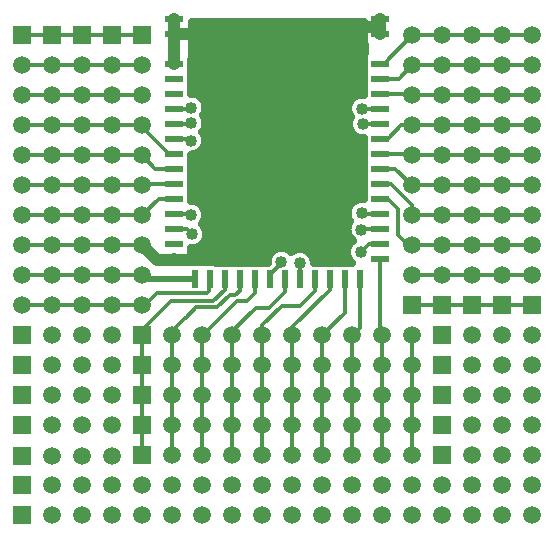
<source format=gbr>
G04 DipTrace 3.1.0.1*
G04 Top.gbr*
%MOIN*%
G04 #@! TF.FileFunction,Copper,L1,Top*
G04 #@! TF.Part,Single*
G04 #@! TA.AperFunction,Conductor*
%ADD13C,0.03937*%
%ADD14C,0.019685*%
%ADD15C,0.012992*%
G04 #@! TA.AperFunction,CopperBalancing*
%ADD16C,0.025*%
%ADD18R,0.021654X0.059055*%
%ADD19R,0.059055X0.021654*%
G04 #@! TA.AperFunction,ComponentPad*
%ADD20R,0.059055X0.059055*%
%ADD21C,0.059055*%
G04 #@! TA.AperFunction,ViaPad*
%ADD29C,0.04*%
%FSLAX26Y26*%
G04*
G70*
G90*
G75*
G01*
G04 Top*
%LPD*%
X1638189Y2050984D2*
D13*
Y2078266D1*
Y2100984D1*
X1503937Y2074016D2*
X1557874D1*
X1633938D1*
X1638189Y2078266D1*
X949213Y2050984D2*
X1029528D1*
Y2051969D1*
X1080709D1*
X949213Y1950984D2*
Y2050984D1*
Y2100984D2*
Y2050984D1*
Y1300984D2*
Y1296850D1*
X892520D1*
X843701Y1345669D1*
X1011024Y1296850D2*
X949213D1*
X843701Y1345669D2*
D15*
X743701D1*
X643701D1*
X543701D1*
X443701D1*
X1638189Y1950984D2*
X1649016D1*
X1743701Y2045669D1*
X1843701D1*
X1943701D1*
X2043701D1*
X2143701D1*
X1638189Y1900984D2*
X1699016D1*
X1743701Y1945669D1*
X1843701D1*
X1943701D1*
X2043701D1*
X2143701D1*
X1638189Y1850984D2*
X1738386D1*
X1743701Y1845669D1*
X1843701D1*
X1943701D1*
X2043701D1*
X2143701D1*
X1638189Y1700984D2*
X1663583D1*
X1708268Y1745669D1*
X1743701D1*
X1843701D1*
X1943701D1*
X2043701D1*
X2143701D1*
X1638189Y1650984D2*
X1738386D1*
X1743701Y1645669D1*
X1843701D1*
X1943701D1*
X2043701D1*
X2143701D1*
X1638189Y1600984D2*
X1688386D1*
X1743701Y1545669D1*
X1843701D1*
X1943701D1*
X2043701D1*
X2143701D1*
X1638189Y1550984D2*
X1672244D1*
X1743701Y1479528D1*
Y1445669D1*
X1843701D1*
X1943701D1*
X2043701D1*
X2143701D1*
X1638189Y1500984D2*
X1663583D1*
X1698425Y1466142D1*
Y1380315D1*
X1741339Y1337402D1*
Y1345669D1*
X1743701D1*
X1843701D1*
X1943701D1*
X2043701D1*
X2143701D1*
X1638189Y1450984D2*
X1576969D1*
X1575197Y1452756D1*
X1743701Y1245669D2*
X1843701D1*
X1943701D1*
X2043701D1*
X2143701D1*
X1638189Y1400984D2*
X1577362D1*
X1574803Y1398425D1*
X1743701Y1145669D2*
X1843701D1*
X1943701D1*
X2043701D1*
X2143701D1*
X1638189Y1350984D2*
X1600197D1*
X1572835Y1323622D1*
X1743701Y1045669D2*
Y945669D1*
Y845669D1*
Y745669D1*
Y645669D1*
X1638189Y1300984D2*
Y1051181D1*
X1643701Y1045669D1*
Y945669D1*
Y845669D1*
Y745669D1*
Y645669D1*
X1568701Y1232283D2*
Y1070669D1*
X1543701Y1045669D1*
Y945669D1*
Y845669D1*
Y745669D1*
Y645669D1*
X1518701Y1232283D2*
Y1120669D1*
X1443701Y1045669D1*
Y945669D1*
Y845669D1*
Y745669D1*
Y645669D1*
X1468701Y1232283D2*
Y1198228D1*
X1343701Y1073228D1*
Y1045669D1*
Y945669D1*
Y845669D1*
Y745669D1*
Y645669D1*
X949213Y1800984D2*
X1004528D1*
X1008268Y1804724D1*
X843701Y2045669D2*
X743701D1*
X643701D1*
X543701D1*
X443701D1*
X949213Y1750984D2*
X1006496D1*
X1008268Y1752756D1*
X843701Y1945669D2*
X743701D1*
X643701D1*
X543701D1*
X443701D1*
X949213Y1400984D2*
X993110D1*
X1011811Y1382283D1*
X949213Y1650984D2*
X932480D1*
X837795Y1745669D1*
X843701D1*
X743701D1*
X643701D1*
X543701D1*
X443701D1*
X949213Y1600984D2*
X888386D1*
X843701Y1645669D1*
X743701D1*
X643701D1*
X543701D1*
X443701D1*
X949213Y1550984D2*
X849016D1*
X843701Y1545669D1*
X743701D1*
X643701D1*
X543701D1*
X443701D1*
X949213Y1500984D2*
X899016D1*
X843701Y1445669D1*
X743701D1*
X643701D1*
X543701D1*
X443701D1*
X1018701Y1232283D2*
D14*
X857087D1*
X843701Y1245669D1*
D15*
X743701D1*
X643701D1*
X543701D1*
X443701D1*
X843701Y1145669D2*
Y1137402D1*
X892913Y1186614D1*
X1058661D1*
X1066535Y1194488D1*
Y1232283D1*
X1068701D1*
X843701Y1145669D2*
X743701D1*
X643701D1*
X543701D1*
X443701D1*
X1118701Y1232283D2*
Y1197835D1*
X1080709Y1159843D1*
X939370D1*
X843701Y1064173D1*
Y1045669D1*
Y945669D1*
Y845669D1*
Y745669D1*
Y645669D1*
X943701Y1045669D2*
Y1060236D1*
X987795Y1104331D1*
X989764D1*
X1024803Y1139370D1*
X1094882D1*
X1135433Y1179921D1*
X1155118D1*
X1168701Y1193504D1*
Y1232283D1*
X943701Y1045669D2*
Y945669D1*
Y845669D1*
Y745669D1*
Y645669D1*
X1043701Y1045669D2*
Y1044882D1*
X1159449Y1160630D1*
X1192126D1*
X1218701Y1187205D1*
Y1232283D1*
X1043701Y1045669D2*
Y945669D1*
Y845669D1*
Y745669D1*
Y645669D1*
X1143701Y1045669D2*
Y1059843D1*
X1222047Y1138189D1*
X1266142D1*
X1318701Y1190748D1*
Y1232283D1*
X1143701Y1045669D2*
Y945669D1*
Y845669D1*
Y745669D1*
Y645669D1*
X1243701Y1045669D2*
Y1078740D1*
X1309449Y1144488D1*
X1368898D1*
X1418701Y1194291D1*
Y1232283D1*
X1243701Y1045669D2*
Y945669D1*
Y845669D1*
Y745669D1*
Y645669D1*
X1308268Y1290945D2*
Y1287402D1*
X1268701Y1247835D1*
Y1232283D1*
X1368701D2*
Y1286811D1*
X1369685Y1287795D1*
X1638189Y1800984D2*
X1577165Y1801575D1*
X1638189Y1750984D2*
X1579724D1*
X1578740Y1750000D1*
X949213Y1450984D2*
X1004134D1*
X1008268Y1446850D1*
X949213Y1700984D2*
X1002165D1*
X1008268Y1694882D1*
X843701Y1845669D2*
X743701D1*
X643701D1*
X543701D1*
X443701D1*
D29*
X1575197Y1452756D3*
X1574803Y1398425D3*
X1572835Y1323622D3*
X1008268Y1694882D3*
Y1752756D3*
Y1804724D3*
X1308268Y1290945D3*
X1369685Y1287795D3*
X1578740Y1750000D3*
X1577165Y1801575D3*
X1080709Y2051969D3*
X1029528D3*
X1503937Y2074016D3*
X1557874D3*
X1008268Y1446850D3*
X1011811Y1382283D3*
X1241339Y1309055D3*
X1010945Y2064993D2*
D16*
X1579661D1*
X1010873Y2040125D2*
X1579661D1*
X1010765Y2015256D2*
X1579661D1*
X1010693Y1990387D2*
X1582676D1*
X1010622Y1965518D2*
X1579661D1*
X1010514Y1940650D2*
X1579661D1*
X1010442Y1915781D2*
X1579661D1*
X1010370Y1890912D2*
X1579661D1*
X1010262Y1866043D2*
X1579661D1*
X1039615Y1841175D2*
X1550307D1*
X1055799Y1816306D2*
X1530571D1*
X1055333Y1791437D2*
X1529280D1*
X1055154Y1766568D2*
X1532797D1*
X1055944Y1741699D2*
X1530500D1*
X1051745Y1716831D2*
X1543669D1*
X1057164Y1691962D2*
X1579661D1*
X1048049Y1667093D2*
X1579661D1*
X1009545Y1642224D2*
X1579661D1*
X1009437Y1617356D2*
X1579661D1*
X1009366Y1592487D2*
X1579661D1*
X1009294Y1567618D2*
X1579661D1*
X1009186Y1542749D2*
X1579661D1*
X1009114Y1517881D2*
X1579661D1*
X1016291Y1493012D2*
X1549446D1*
X1052104Y1468143D2*
X1528814D1*
X1057127Y1443274D2*
X1527198D1*
X1047546Y1418406D2*
X1530320D1*
X1059424Y1393537D2*
X1526085D1*
X1058778Y1368668D2*
X1536564D1*
X1040406Y1343799D2*
X1528454D1*
X1008433Y1318930D2*
X1268652D1*
X1406711D2*
X1524076D1*
X1008361Y1294062D2*
X1259395D1*
X1418266D2*
X1534448D1*
X1240568Y1288303D2*
X1261848D1*
X1261919Y1294593D1*
X1263060Y1301798D1*
X1265315Y1308736D1*
X1268627Y1315238D1*
X1272915Y1321139D1*
X1278073Y1326298D1*
X1283975Y1330585D1*
X1290476Y1333898D1*
X1297415Y1336152D1*
X1304619Y1337294D1*
X1311916D1*
X1319121Y1336152D1*
X1326059Y1333898D1*
X1332560Y1330585D1*
X1338462Y1326298D1*
X1340755Y1324178D1*
X1345392Y1327436D1*
X1351894Y1330748D1*
X1358832Y1333003D1*
X1366037Y1334144D1*
X1373333D1*
X1380538Y1333003D1*
X1387476Y1330748D1*
X1393978Y1327436D1*
X1399879Y1323148D1*
X1405038Y1317990D1*
X1409325Y1312088D1*
X1412638Y1305587D1*
X1414892Y1298648D1*
X1416034Y1291444D1*
X1416157Y1288294D1*
X1542636Y1288303D1*
X1537482Y1293428D1*
X1533194Y1299329D1*
X1529882Y1305831D1*
X1527627Y1312769D1*
X1526486Y1319974D1*
Y1327270D1*
X1527627Y1334475D1*
X1529882Y1341413D1*
X1533194Y1347915D1*
X1537482Y1353816D1*
X1542640Y1358975D1*
X1546255Y1361734D1*
X1541928Y1365550D1*
X1537190Y1371098D1*
X1533378Y1377318D1*
X1530587Y1384058D1*
X1528883Y1391152D1*
X1528311Y1398425D1*
X1528883Y1405698D1*
X1530587Y1412793D1*
X1533378Y1419533D1*
X1537269Y1425853D1*
X1533772Y1431648D1*
X1530980Y1438388D1*
X1529277Y1445483D1*
X1528705Y1452756D1*
X1529277Y1460029D1*
X1530980Y1467123D1*
X1533772Y1473864D1*
X1537584Y1480083D1*
X1542322Y1485631D1*
X1547870Y1490369D1*
X1554089Y1494181D1*
X1560829Y1496972D1*
X1567924Y1498676D1*
X1575197Y1499248D1*
X1582172Y1498711D1*
X1582169Y1703605D1*
X1575092Y1703651D1*
X1567887Y1704793D1*
X1560949Y1707047D1*
X1554448Y1710360D1*
X1548546Y1714647D1*
X1543387Y1719806D1*
X1539100Y1725707D1*
X1535787Y1732209D1*
X1533533Y1739147D1*
X1532391Y1746352D1*
Y1753648D1*
X1533533Y1760853D1*
X1535787Y1767791D1*
X1539297Y1774588D1*
X1535740Y1780467D1*
X1532949Y1787207D1*
X1531245Y1794302D1*
X1530673Y1801575D1*
X1531245Y1808848D1*
X1532949Y1815942D1*
X1535740Y1822682D1*
X1539552Y1828902D1*
X1544290Y1834450D1*
X1549839Y1839188D1*
X1556058Y1843000D1*
X1562798Y1845791D1*
X1569892Y1847495D1*
X1577165Y1848067D1*
X1582159Y1847764D1*
X1582169Y1988303D1*
X1585219D1*
X1585180Y2013656D1*
X1582169Y2013665D1*
Y2089896D1*
X1008528Y2089862D1*
X1007726Y1851240D1*
X1015541Y1850644D1*
X1022635Y1848941D1*
X1029375Y1846150D1*
X1035594Y1842337D1*
X1041143Y1837600D1*
X1045881Y1832051D1*
X1049693Y1825832D1*
X1052484Y1819092D1*
X1054188Y1811997D1*
X1054760Y1804724D1*
X1054188Y1797451D1*
X1052484Y1790357D1*
X1049693Y1783617D1*
X1046791Y1778761D1*
X1049693Y1773864D1*
X1052484Y1767123D1*
X1054188Y1760029D1*
X1054760Y1752756D1*
X1054188Y1745483D1*
X1052484Y1738388D1*
X1049693Y1731648D1*
X1045881Y1725429D1*
X1044636Y1723849D1*
X1047908Y1719175D1*
X1051220Y1712673D1*
X1053475Y1705735D1*
X1054617Y1698530D1*
Y1691234D1*
X1053475Y1684029D1*
X1051220Y1677091D1*
X1047908Y1670589D1*
X1043621Y1664688D1*
X1038462Y1659529D1*
X1032560Y1655241D1*
X1026059Y1651929D1*
X1019121Y1649675D1*
X1011916Y1648533D1*
X1007056Y1648437D1*
X1006531Y1493333D1*
X1011916Y1493199D1*
X1019121Y1492058D1*
X1026059Y1489803D1*
X1032560Y1486491D1*
X1038462Y1482203D1*
X1043621Y1477045D1*
X1047908Y1471143D1*
X1051220Y1464642D1*
X1053475Y1457703D1*
X1054617Y1450499D1*
Y1443202D1*
X1053475Y1435997D1*
X1051220Y1429059D1*
X1047908Y1422558D1*
X1043398Y1416415D1*
X1047164Y1412478D1*
X1051451Y1406576D1*
X1054764Y1400075D1*
X1057018Y1393136D1*
X1058160Y1385932D1*
Y1378635D1*
X1057018Y1371430D1*
X1054764Y1364492D1*
X1051451Y1357991D1*
X1047164Y1352089D1*
X1042005Y1346930D1*
X1036104Y1342643D1*
X1029602Y1339331D1*
X1022664Y1337076D1*
X1015459Y1335934D1*
X1008163D1*
X1005996Y1336192D1*
X1005849Y1288795D1*
X1158941Y1288303D1*
X1240568D1*
D18*
X1318701Y1232283D3*
X1268701D3*
X1368701D3*
X1418701D3*
X1468701D3*
X1518701D3*
X1568701D3*
X1218701D3*
X1168701D3*
X1118701D3*
X1068701D3*
X1018701D3*
D19*
X949213Y1300984D3*
X1638189D3*
Y1350984D3*
Y1400984D3*
Y1450984D3*
Y1500984D3*
Y1550984D3*
Y1600984D3*
Y1650984D3*
Y1750984D3*
Y1800984D3*
Y1700984D3*
Y1850984D3*
Y1900984D3*
Y1950984D3*
X949213Y1350984D3*
Y1400984D3*
Y1450984D3*
Y1500984D3*
Y1550984D3*
Y1600984D3*
Y1650984D3*
Y1750984D3*
Y1800984D3*
Y1700984D3*
Y1850984D3*
Y1900984D3*
Y1950984D3*
X1638189Y2050984D3*
Y2100984D3*
X949213Y2050984D3*
Y2100984D3*
D20*
X843701Y2045669D3*
D21*
Y1945669D3*
Y1845669D3*
Y1745669D3*
Y1645669D3*
Y1545669D3*
Y1445669D3*
Y1345669D3*
Y1245669D3*
Y1145669D3*
D20*
Y1045669D3*
D21*
X943701D3*
X1043701D3*
X1143701D3*
X1243701D3*
X1343701D3*
X1443701D3*
X1543701D3*
X1643701D3*
X1743701D3*
D20*
Y1145669D3*
D21*
Y1245669D3*
Y1345669D3*
Y1445669D3*
Y1545669D3*
Y1645669D3*
Y1745669D3*
Y1845669D3*
Y1945669D3*
Y2045669D3*
D20*
X1843701Y1145669D3*
D21*
Y1245669D3*
Y1345669D3*
Y1445669D3*
Y1545669D3*
Y1645669D3*
Y1745669D3*
Y1845669D3*
Y1945669D3*
Y2045669D3*
D20*
X1943701Y1145669D3*
D21*
Y1245669D3*
Y1345669D3*
Y1445669D3*
Y1545669D3*
Y1645669D3*
Y1745669D3*
Y1845669D3*
Y1945669D3*
Y2045669D3*
D20*
X2043701Y1145669D3*
D21*
Y1245669D3*
Y1345669D3*
Y1445669D3*
Y1545669D3*
Y1645669D3*
Y1745669D3*
Y1845669D3*
Y1945669D3*
Y2045669D3*
D20*
X2143701Y1145669D3*
D21*
Y1245669D3*
Y1345669D3*
Y1445669D3*
Y1545669D3*
Y1645669D3*
Y1745669D3*
Y1845669D3*
Y1945669D3*
Y2045669D3*
D20*
X743701D3*
D21*
Y1945669D3*
Y1845669D3*
Y1745669D3*
Y1645669D3*
Y1545669D3*
Y1445669D3*
Y1345669D3*
Y1245669D3*
Y1145669D3*
D20*
X643701Y2045669D3*
D21*
Y1945669D3*
Y1845669D3*
Y1745669D3*
Y1645669D3*
Y1545669D3*
Y1445669D3*
Y1345669D3*
Y1245669D3*
Y1145669D3*
D20*
X543701Y2045669D3*
D21*
Y1945669D3*
Y1845669D3*
Y1745669D3*
Y1645669D3*
Y1545669D3*
Y1445669D3*
Y1345669D3*
Y1245669D3*
Y1145669D3*
D20*
X443701Y2045669D3*
D21*
Y1945669D3*
Y1845669D3*
Y1745669D3*
Y1645669D3*
Y1545669D3*
Y1445669D3*
Y1345669D3*
Y1245669D3*
Y1145669D3*
D20*
X843701Y945669D3*
D21*
X943701D3*
X1043701D3*
X1143701D3*
X1243701D3*
X1343701D3*
X1443701D3*
X1543701D3*
X1643701D3*
X1743701D3*
D20*
X843701Y845669D3*
D21*
X943701D3*
X1043701D3*
X1143701D3*
X1243701D3*
X1343701D3*
X1443701D3*
X1543701D3*
X1643701D3*
X1743701D3*
D20*
X843701Y745669D3*
D21*
X943701D3*
X1043701D3*
X1143701D3*
X1243701D3*
X1343701D3*
X1443701D3*
X1543701D3*
X1643701D3*
X1743701D3*
D20*
X843701Y645669D3*
D21*
X943701D3*
X1043701D3*
X1143701D3*
X1243701D3*
X1343701D3*
X1443701D3*
X1543701D3*
X1643701D3*
X1743701D3*
D20*
X1843701Y1045669D3*
D21*
X1943701D3*
X2043701D3*
X2143701D3*
D20*
X1843701Y945669D3*
D21*
X1943701D3*
X2043701D3*
X2143701D3*
D20*
X1843701Y845669D3*
D21*
X1943701D3*
X2043701D3*
X2143701D3*
D20*
X1843701Y745669D3*
D21*
X1943701D3*
X2043701D3*
X2143701D3*
D20*
X1843701Y645669D3*
D21*
X1943701D3*
X2043701D3*
X2143701D3*
D20*
X443701Y1045669D3*
D21*
X543701D3*
X643701D3*
X743701D3*
D20*
X443701Y945669D3*
D21*
X543701D3*
X643701D3*
X743701D3*
D20*
X443701Y845669D3*
D21*
X543701D3*
X643701D3*
X743701D3*
D20*
X443701Y745669D3*
D21*
X543701D3*
X643701D3*
X743701D3*
D20*
X443701Y644843D3*
D21*
X543701D3*
X643701D3*
X743701D3*
D20*
X443701Y545669D3*
D21*
X543701D3*
X643701D3*
X743701D3*
X843701D3*
X943701D3*
X1043701D3*
X1143701D3*
X1243701D3*
X1343701D3*
X1443701D3*
X1543701D3*
X1643701D3*
X1743701D3*
X1843701D3*
X1943701D3*
X2043701D3*
X2143701D3*
D20*
X443701Y445669D3*
D21*
X543701D3*
X643701D3*
X743701D3*
X843701D3*
X943701D3*
X1043701D3*
X1143701D3*
X1243701D3*
X1343701D3*
X1443701D3*
X1543701D3*
X1643701D3*
X1743701D3*
X1843701D3*
X1943701D3*
X2043701D3*
X2143701D3*
M02*

</source>
